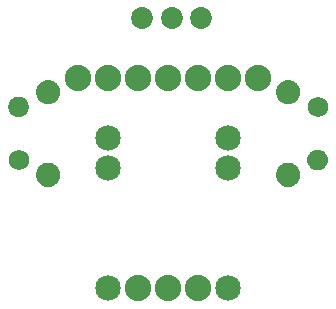
<source format=gbs>
G04 MADE WITH FRITZING*
G04 WWW.FRITZING.ORG*
G04 DOUBLE SIDED*
G04 HOLES PLATED*
G04 CONTOUR ON CENTER OF CONTOUR VECTOR*
%ASAXBY*%
%FSLAX23Y23*%
%MOIN*%
%OFA0B0*%
%SFA1.0B1.0*%
%ADD10C,0.072992*%
%ADD11C,0.088000*%
%ADD12C,0.069055*%
%ADD13C,0.085000*%
%ADD14R,0.001000X0.001000*%
%LNMASK0*%
G90*
G70*
G54D10*
X504Y973D03*
X701Y973D03*
X602Y973D03*
G54D11*
X690Y73D03*
X590Y73D03*
X490Y73D03*
G54D12*
X92Y500D03*
X1089Y678D03*
G54D13*
X390Y573D03*
X790Y573D03*
G54D11*
X890Y773D03*
X790Y773D03*
X690Y773D03*
X590Y773D03*
X490Y773D03*
X390Y773D03*
X290Y773D03*
G54D13*
X390Y473D03*
X390Y73D03*
X790Y473D03*
X790Y73D03*
G54D14*
X184Y767D02*
X196Y767D01*
X984Y767D02*
X996Y767D01*
X180Y766D02*
X200Y766D01*
X979Y766D02*
X1000Y766D01*
X176Y765D02*
X203Y765D01*
X976Y765D02*
X1003Y765D01*
X174Y764D02*
X206Y764D01*
X974Y764D02*
X1006Y764D01*
X172Y763D02*
X208Y763D01*
X972Y763D02*
X1008Y763D01*
X170Y762D02*
X210Y762D01*
X970Y762D02*
X1010Y762D01*
X168Y761D02*
X211Y761D01*
X968Y761D02*
X1011Y761D01*
X167Y760D02*
X213Y760D01*
X967Y760D02*
X1013Y760D01*
X166Y759D02*
X214Y759D01*
X966Y759D02*
X1014Y759D01*
X164Y758D02*
X215Y758D01*
X964Y758D02*
X1015Y758D01*
X163Y757D02*
X217Y757D01*
X963Y757D02*
X1017Y757D01*
X162Y756D02*
X218Y756D01*
X962Y756D02*
X1018Y756D01*
X161Y755D02*
X219Y755D01*
X961Y755D02*
X1019Y755D01*
X160Y754D02*
X220Y754D01*
X960Y754D02*
X1020Y754D01*
X159Y753D02*
X220Y753D01*
X959Y753D02*
X1020Y753D01*
X159Y752D02*
X221Y752D01*
X959Y752D02*
X1021Y752D01*
X158Y751D02*
X222Y751D01*
X958Y751D02*
X1022Y751D01*
X157Y750D02*
X223Y750D01*
X957Y750D02*
X1023Y750D01*
X157Y749D02*
X223Y749D01*
X956Y749D02*
X1023Y749D01*
X156Y748D02*
X224Y748D01*
X956Y748D02*
X1024Y748D01*
X155Y747D02*
X225Y747D01*
X955Y747D02*
X1024Y747D01*
X155Y746D02*
X225Y746D01*
X955Y746D02*
X1025Y746D01*
X154Y745D02*
X226Y745D01*
X954Y745D02*
X1026Y745D01*
X154Y744D02*
X226Y744D01*
X954Y744D02*
X1026Y744D01*
X153Y743D02*
X227Y743D01*
X953Y743D02*
X1027Y743D01*
X153Y742D02*
X227Y742D01*
X953Y742D02*
X1027Y742D01*
X152Y741D02*
X227Y741D01*
X952Y741D02*
X1027Y741D01*
X152Y740D02*
X228Y740D01*
X952Y740D02*
X1028Y740D01*
X152Y739D02*
X228Y739D01*
X952Y739D02*
X1028Y739D01*
X152Y738D02*
X228Y738D01*
X951Y738D02*
X1028Y738D01*
X151Y737D02*
X229Y737D01*
X951Y737D02*
X1028Y737D01*
X151Y736D02*
X229Y736D01*
X951Y736D02*
X1029Y736D01*
X151Y735D02*
X229Y735D01*
X951Y735D02*
X1029Y735D01*
X151Y734D02*
X229Y734D01*
X951Y734D02*
X1029Y734D01*
X151Y733D02*
X229Y733D01*
X950Y733D02*
X1029Y733D01*
X150Y732D02*
X229Y732D01*
X950Y732D02*
X1029Y732D01*
X150Y731D02*
X230Y731D01*
X950Y731D02*
X1030Y731D01*
X150Y730D02*
X230Y730D01*
X950Y730D02*
X1030Y730D01*
X150Y729D02*
X230Y729D01*
X950Y729D02*
X1030Y729D01*
X150Y728D02*
X230Y728D01*
X950Y728D02*
X1030Y728D01*
X150Y727D02*
X230Y727D01*
X950Y727D02*
X1030Y727D01*
X150Y726D02*
X230Y726D01*
X950Y726D02*
X1030Y726D01*
X150Y725D02*
X230Y725D01*
X950Y725D02*
X1030Y725D01*
X150Y724D02*
X230Y724D01*
X950Y724D02*
X1030Y724D01*
X150Y723D02*
X230Y723D01*
X950Y723D02*
X1030Y723D01*
X150Y722D02*
X229Y722D01*
X950Y722D02*
X1029Y722D01*
X151Y721D02*
X229Y721D01*
X950Y721D02*
X1029Y721D01*
X151Y720D02*
X229Y720D01*
X951Y720D02*
X1029Y720D01*
X151Y719D02*
X229Y719D01*
X951Y719D02*
X1029Y719D01*
X151Y718D02*
X229Y718D01*
X951Y718D02*
X1029Y718D01*
X151Y717D02*
X228Y717D01*
X951Y717D02*
X1028Y717D01*
X152Y716D02*
X228Y716D01*
X952Y716D02*
X1028Y716D01*
X152Y715D02*
X228Y715D01*
X952Y715D02*
X1028Y715D01*
X152Y714D02*
X228Y714D01*
X952Y714D02*
X1028Y714D01*
X153Y713D02*
X227Y713D01*
X953Y713D02*
X1027Y713D01*
X87Y712D02*
X96Y712D01*
X153Y712D02*
X227Y712D01*
X953Y712D02*
X1027Y712D01*
X82Y711D02*
X101Y711D01*
X153Y711D02*
X226Y711D01*
X953Y711D02*
X1026Y711D01*
X79Y710D02*
X104Y710D01*
X154Y710D02*
X226Y710D01*
X954Y710D02*
X1026Y710D01*
X77Y709D02*
X106Y709D01*
X154Y709D02*
X225Y709D01*
X954Y709D02*
X1025Y709D01*
X75Y708D02*
X108Y708D01*
X155Y708D02*
X225Y708D01*
X955Y708D02*
X1025Y708D01*
X74Y707D02*
X109Y707D01*
X155Y707D02*
X224Y707D01*
X955Y707D02*
X1024Y707D01*
X72Y706D02*
X111Y706D01*
X156Y706D02*
X224Y706D01*
X956Y706D02*
X1024Y706D01*
X71Y705D02*
X112Y705D01*
X157Y705D02*
X223Y705D01*
X957Y705D02*
X1023Y705D01*
X69Y704D02*
X114Y704D01*
X157Y704D02*
X222Y704D01*
X957Y704D02*
X1022Y704D01*
X68Y703D02*
X115Y703D01*
X158Y703D02*
X222Y703D01*
X958Y703D02*
X1022Y703D01*
X67Y702D02*
X116Y702D01*
X159Y702D02*
X221Y702D01*
X959Y702D02*
X1021Y702D01*
X66Y701D02*
X117Y701D01*
X160Y701D02*
X220Y701D01*
X960Y701D02*
X1020Y701D01*
X66Y700D02*
X117Y700D01*
X161Y700D02*
X219Y700D01*
X960Y700D02*
X1019Y700D01*
X65Y699D02*
X118Y699D01*
X161Y699D02*
X218Y699D01*
X961Y699D02*
X1018Y699D01*
X64Y698D02*
X119Y698D01*
X162Y698D02*
X217Y698D01*
X962Y698D02*
X1017Y698D01*
X63Y697D02*
X120Y697D01*
X164Y697D02*
X216Y697D01*
X964Y697D02*
X1016Y697D01*
X63Y696D02*
X120Y696D01*
X165Y696D02*
X215Y696D01*
X965Y696D02*
X1015Y696D01*
X62Y695D02*
X121Y695D01*
X166Y695D02*
X214Y695D01*
X966Y695D02*
X1014Y695D01*
X61Y694D02*
X122Y694D01*
X167Y694D02*
X212Y694D01*
X967Y694D02*
X1012Y694D01*
X61Y693D02*
X122Y693D01*
X169Y693D02*
X211Y693D01*
X969Y693D02*
X1011Y693D01*
X60Y692D02*
X122Y692D01*
X171Y692D02*
X209Y692D01*
X971Y692D02*
X1009Y692D01*
X60Y691D02*
X123Y691D01*
X172Y691D02*
X207Y691D01*
X972Y691D02*
X1007Y691D01*
X60Y690D02*
X123Y690D01*
X174Y690D02*
X205Y690D01*
X974Y690D02*
X1005Y690D01*
X59Y689D02*
X124Y689D01*
X177Y689D02*
X203Y689D01*
X977Y689D02*
X1002Y689D01*
X59Y688D02*
X124Y688D01*
X181Y688D02*
X199Y688D01*
X981Y688D02*
X999Y688D01*
X59Y687D02*
X124Y687D01*
X186Y687D02*
X194Y687D01*
X986Y687D02*
X993Y687D01*
X59Y686D02*
X124Y686D01*
X58Y685D02*
X125Y685D01*
X58Y684D02*
X125Y684D01*
X58Y683D02*
X125Y683D01*
X58Y682D02*
X125Y682D01*
X58Y681D02*
X125Y681D01*
X58Y680D02*
X125Y680D01*
X58Y679D02*
X125Y679D01*
X57Y678D02*
X126Y678D01*
X58Y677D02*
X125Y677D01*
X58Y676D02*
X125Y676D01*
X58Y675D02*
X125Y675D01*
X58Y674D02*
X125Y674D01*
X58Y673D02*
X125Y673D01*
X58Y672D02*
X125Y672D01*
X58Y671D02*
X125Y671D01*
X58Y670D02*
X124Y670D01*
X59Y669D02*
X124Y669D01*
X59Y668D02*
X124Y668D01*
X59Y667D02*
X124Y667D01*
X60Y666D02*
X123Y666D01*
X60Y665D02*
X123Y665D01*
X60Y664D02*
X123Y664D01*
X61Y663D02*
X122Y663D01*
X61Y662D02*
X122Y662D01*
X62Y661D02*
X121Y661D01*
X63Y660D02*
X120Y660D01*
X63Y659D02*
X120Y659D01*
X64Y658D02*
X119Y658D01*
X65Y657D02*
X118Y657D01*
X65Y656D02*
X118Y656D01*
X66Y655D02*
X117Y655D01*
X67Y654D02*
X116Y654D01*
X68Y653D02*
X115Y653D01*
X69Y652D02*
X114Y652D01*
X71Y651D02*
X112Y651D01*
X72Y650D02*
X111Y650D01*
X73Y649D02*
X110Y649D01*
X75Y648D02*
X108Y648D01*
X77Y647D02*
X106Y647D01*
X79Y646D02*
X104Y646D01*
X82Y645D02*
X101Y645D01*
X86Y644D02*
X97Y644D01*
X1084Y535D02*
X1092Y535D01*
X1080Y534D02*
X1097Y534D01*
X1076Y533D02*
X1100Y533D01*
X1074Y532D02*
X1102Y532D01*
X1072Y531D02*
X1104Y531D01*
X1070Y530D02*
X1106Y530D01*
X1069Y529D02*
X1108Y529D01*
X1068Y528D02*
X1109Y528D01*
X1066Y527D02*
X1110Y527D01*
X1065Y526D02*
X1111Y526D01*
X1064Y525D02*
X1112Y525D01*
X1063Y524D02*
X1113Y524D01*
X1062Y523D02*
X1114Y523D01*
X1062Y522D02*
X1115Y522D01*
X1061Y521D02*
X1116Y521D01*
X1060Y520D02*
X1116Y520D01*
X1060Y519D02*
X1117Y519D01*
X1059Y518D02*
X1118Y518D01*
X1058Y517D02*
X1118Y517D01*
X1058Y516D02*
X1119Y516D01*
X1057Y515D02*
X1119Y515D01*
X1057Y514D02*
X1120Y514D01*
X1057Y513D02*
X1120Y513D01*
X1056Y512D02*
X1120Y512D01*
X1056Y511D02*
X1121Y511D01*
X1056Y510D02*
X1121Y510D01*
X1055Y509D02*
X1121Y509D01*
X1055Y508D02*
X1121Y508D01*
X1055Y507D02*
X1122Y507D01*
X1055Y506D02*
X1122Y506D01*
X1055Y505D02*
X1122Y505D01*
X1054Y504D02*
X1122Y504D01*
X1054Y503D02*
X1122Y503D01*
X1054Y502D02*
X1122Y502D01*
X1054Y501D02*
X1122Y501D01*
X1054Y500D02*
X1122Y500D01*
X1054Y499D02*
X1122Y499D01*
X1054Y498D02*
X1122Y498D01*
X1055Y497D02*
X1122Y497D01*
X1055Y496D02*
X1122Y496D01*
X1055Y495D02*
X1122Y495D01*
X1055Y494D02*
X1122Y494D01*
X1055Y493D02*
X1121Y493D01*
X990Y492D02*
X990Y492D01*
X1055Y492D02*
X1121Y492D01*
X182Y491D02*
X198Y491D01*
X982Y491D02*
X998Y491D01*
X1056Y491D02*
X1121Y491D01*
X178Y490D02*
X202Y490D01*
X978Y490D02*
X1002Y490D01*
X1056Y490D02*
X1120Y490D01*
X175Y489D02*
X205Y489D01*
X975Y489D02*
X1005Y489D01*
X1056Y489D02*
X1120Y489D01*
X173Y488D02*
X207Y488D01*
X973Y488D02*
X1007Y488D01*
X1057Y488D02*
X1120Y488D01*
X171Y487D02*
X209Y487D01*
X971Y487D02*
X1009Y487D01*
X1057Y487D02*
X1119Y487D01*
X169Y486D02*
X210Y486D01*
X969Y486D02*
X1010Y486D01*
X1058Y486D02*
X1119Y486D01*
X168Y485D02*
X212Y485D01*
X968Y485D02*
X1012Y485D01*
X1058Y485D02*
X1118Y485D01*
X166Y484D02*
X213Y484D01*
X966Y484D02*
X1013Y484D01*
X1059Y484D02*
X1118Y484D01*
X165Y483D02*
X215Y483D01*
X965Y483D02*
X1015Y483D01*
X1059Y483D02*
X1117Y483D01*
X164Y482D02*
X216Y482D01*
X964Y482D02*
X1016Y482D01*
X1060Y482D02*
X1117Y482D01*
X163Y481D02*
X217Y481D01*
X963Y481D02*
X1017Y481D01*
X1061Y481D02*
X1116Y481D01*
X162Y480D02*
X218Y480D01*
X962Y480D02*
X1018Y480D01*
X1061Y480D02*
X1115Y480D01*
X161Y479D02*
X219Y479D01*
X961Y479D02*
X1019Y479D01*
X1062Y479D02*
X1114Y479D01*
X160Y478D02*
X220Y478D01*
X960Y478D02*
X1020Y478D01*
X1063Y478D02*
X1114Y478D01*
X159Y477D02*
X221Y477D01*
X959Y477D02*
X1021Y477D01*
X1064Y477D02*
X1113Y477D01*
X158Y476D02*
X222Y476D01*
X958Y476D02*
X1021Y476D01*
X1065Y476D02*
X1112Y476D01*
X158Y475D02*
X222Y475D01*
X957Y475D02*
X1022Y475D01*
X1066Y475D02*
X1111Y475D01*
X157Y474D02*
X223Y474D01*
X957Y474D02*
X1023Y474D01*
X1067Y474D02*
X1109Y474D01*
X156Y473D02*
X224Y473D01*
X956Y473D02*
X1024Y473D01*
X1068Y473D02*
X1108Y473D01*
X156Y472D02*
X224Y472D01*
X956Y472D02*
X1024Y472D01*
X1070Y472D02*
X1107Y472D01*
X155Y471D02*
X225Y471D01*
X955Y471D02*
X1025Y471D01*
X1072Y471D02*
X1105Y471D01*
X154Y470D02*
X225Y470D01*
X954Y470D02*
X1025Y470D01*
X1073Y470D02*
X1103Y470D01*
X154Y469D02*
X226Y469D01*
X954Y469D02*
X1026Y469D01*
X1075Y469D02*
X1101Y469D01*
X154Y468D02*
X226Y468D01*
X953Y468D02*
X1026Y468D01*
X1078Y468D02*
X1098Y468D01*
X153Y467D02*
X227Y467D01*
X953Y467D02*
X1027Y467D01*
X1082Y467D02*
X1094Y467D01*
X153Y466D02*
X227Y466D01*
X953Y466D02*
X1027Y466D01*
X152Y465D02*
X227Y465D01*
X952Y465D02*
X1027Y465D01*
X152Y464D02*
X228Y464D01*
X952Y464D02*
X1028Y464D01*
X152Y463D02*
X228Y463D01*
X952Y463D02*
X1028Y463D01*
X151Y462D02*
X228Y462D01*
X951Y462D02*
X1028Y462D01*
X151Y461D02*
X229Y461D01*
X951Y461D02*
X1029Y461D01*
X151Y460D02*
X229Y460D01*
X951Y460D02*
X1029Y460D01*
X151Y459D02*
X229Y459D01*
X951Y459D02*
X1029Y459D01*
X151Y458D02*
X229Y458D01*
X951Y458D02*
X1029Y458D01*
X150Y457D02*
X229Y457D01*
X950Y457D02*
X1029Y457D01*
X150Y456D02*
X230Y456D01*
X950Y456D02*
X1029Y456D01*
X150Y455D02*
X230Y455D01*
X950Y455D02*
X1030Y455D01*
X150Y454D02*
X230Y454D01*
X950Y454D02*
X1030Y454D01*
X150Y453D02*
X230Y453D01*
X950Y453D02*
X1030Y453D01*
X150Y452D02*
X230Y452D01*
X950Y452D02*
X1030Y452D01*
X150Y451D02*
X230Y451D01*
X950Y451D02*
X1030Y451D01*
X150Y450D02*
X230Y450D01*
X950Y450D02*
X1030Y450D01*
X150Y449D02*
X230Y449D01*
X950Y449D02*
X1030Y449D01*
X150Y448D02*
X230Y448D01*
X950Y448D02*
X1030Y448D01*
X150Y447D02*
X230Y447D01*
X950Y447D02*
X1029Y447D01*
X150Y446D02*
X229Y446D01*
X950Y446D02*
X1029Y446D01*
X151Y445D02*
X229Y445D01*
X951Y445D02*
X1029Y445D01*
X151Y444D02*
X229Y444D01*
X951Y444D02*
X1029Y444D01*
X151Y443D02*
X229Y443D01*
X951Y443D02*
X1029Y443D01*
X151Y442D02*
X229Y442D01*
X951Y442D02*
X1029Y442D01*
X151Y441D02*
X228Y441D01*
X951Y441D02*
X1028Y441D01*
X152Y440D02*
X228Y440D01*
X952Y440D02*
X1028Y440D01*
X152Y439D02*
X228Y439D01*
X952Y439D02*
X1028Y439D01*
X152Y438D02*
X227Y438D01*
X952Y438D02*
X1027Y438D01*
X153Y437D02*
X227Y437D01*
X953Y437D02*
X1027Y437D01*
X153Y436D02*
X227Y436D01*
X953Y436D02*
X1027Y436D01*
X154Y435D02*
X226Y435D01*
X954Y435D02*
X1026Y435D01*
X154Y434D02*
X226Y434D01*
X954Y434D02*
X1026Y434D01*
X155Y433D02*
X225Y433D01*
X955Y433D02*
X1025Y433D01*
X155Y432D02*
X225Y432D01*
X955Y432D02*
X1025Y432D01*
X156Y431D02*
X224Y431D01*
X956Y431D02*
X1024Y431D01*
X156Y430D02*
X223Y430D01*
X956Y430D02*
X1023Y430D01*
X157Y429D02*
X223Y429D01*
X957Y429D02*
X1023Y429D01*
X158Y428D02*
X222Y428D01*
X958Y428D02*
X1022Y428D01*
X158Y427D02*
X221Y427D01*
X958Y427D02*
X1021Y427D01*
X159Y426D02*
X221Y426D01*
X959Y426D02*
X1021Y426D01*
X160Y425D02*
X220Y425D01*
X960Y425D02*
X1020Y425D01*
X161Y424D02*
X219Y424D01*
X961Y424D02*
X1019Y424D01*
X162Y423D02*
X218Y423D01*
X962Y423D02*
X1018Y423D01*
X163Y422D02*
X217Y422D01*
X963Y422D02*
X1017Y422D01*
X164Y421D02*
X216Y421D01*
X964Y421D02*
X1016Y421D01*
X165Y420D02*
X215Y420D01*
X965Y420D02*
X1014Y420D01*
X167Y419D02*
X213Y419D01*
X967Y419D02*
X1013Y419D01*
X168Y418D02*
X212Y418D01*
X968Y418D02*
X1012Y418D01*
X170Y417D02*
X210Y417D01*
X970Y417D02*
X1010Y417D01*
X171Y416D02*
X209Y416D01*
X971Y416D02*
X1008Y416D01*
X173Y415D02*
X207Y415D01*
X973Y415D02*
X1006Y415D01*
X176Y414D02*
X204Y414D01*
X976Y414D02*
X1004Y414D01*
X178Y413D02*
X201Y413D01*
X978Y413D02*
X1001Y413D01*
X183Y412D02*
X197Y412D01*
X983Y412D02*
X997Y412D01*
D02*
G04 End of Mask0*
M02*
</source>
